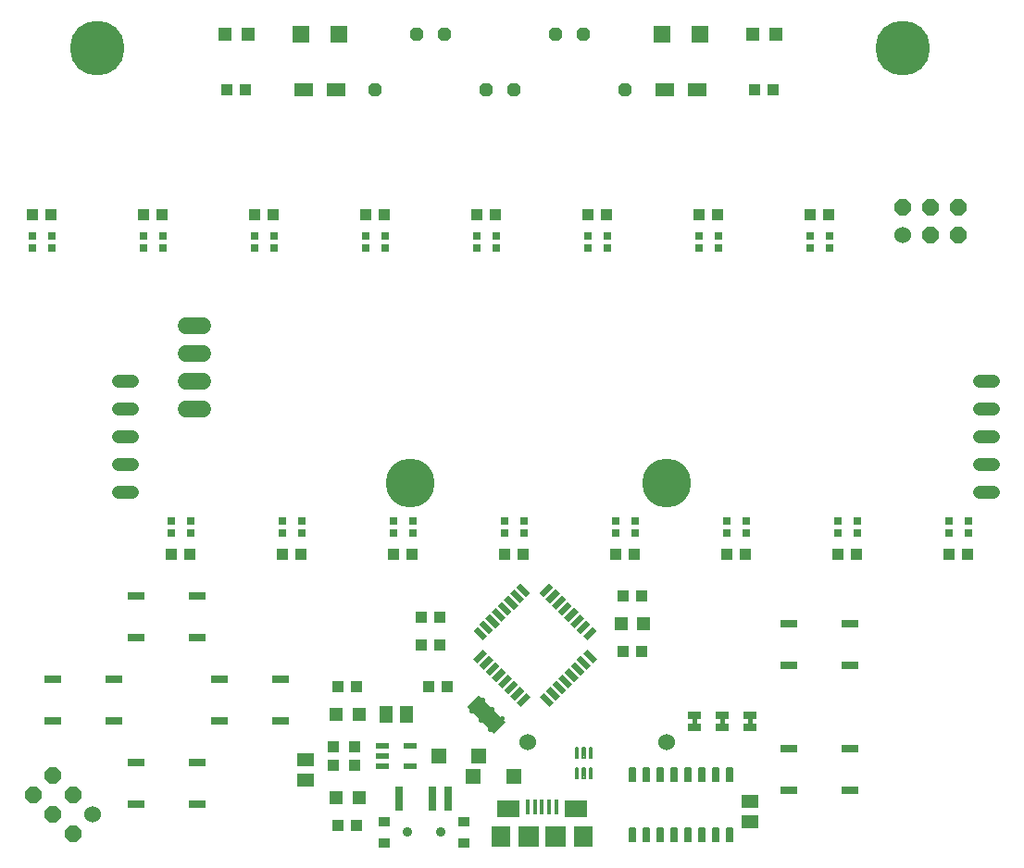
<source format=gbr>
G04 EAGLE Gerber RS-274X export*
G75*
%MOMM*%
%FSLAX34Y34*%
%LPD*%
%INSoldermask Top*%
%IPPOS*%
%AMOC8*
5,1,8,0,0,1.08239X$1,22.5*%
G01*
%ADD10C,5.000000*%
%ADD11C,3.200000*%
%ADD12R,1.100000X1.000000*%
%ADD13R,1.240000X1.500000*%
%ADD14R,1.075000X1.000000*%
%ADD15R,1.500000X1.240000*%
%ADD16R,1.200000X1.200000*%
%ADD17R,1.400000X1.400000*%
%ADD18R,0.400000X1.350000*%
%ADD19R,2.100000X1.600000*%
%ADD20R,1.900000X1.900000*%
%ADD21R,1.800000X1.900000*%
%ADD22C,0.450000*%
%ADD23R,3.495041X1.534159*%
%ADD24R,1.000000X1.075000*%
%ADD25R,1.524000X0.762000*%
%ADD26C,1.219200*%
%ADD27R,1.270000X0.558800*%
%ADD28R,0.558800X1.270000*%
%ADD29R,0.700000X0.700000*%
%ADD30R,1.200000X0.550000*%
%ADD31R,0.762000X2.209800*%
%ADD32R,0.990600X0.812800*%
%ADD33C,0.900000*%
%ADD34C,1.524000*%
%ADD35C,4.470400*%
%ADD36C,0.155000*%
%ADD37C,0.195000*%
%ADD38C,1.524000*%
%ADD39R,1.270000X0.660400*%
%ADD40P,1.319650X8X202.500000*%
%ADD41P,1.319650X8X22.500000*%
%ADD42R,1.500000X1.500000*%
%ADD43R,1.800000X1.200000*%
%ADD44P,1.649562X8X22.500000*%
%ADD45P,1.649562X8X157.500000*%

G36*
X674435Y118122D02*
X674435Y118122D01*
X674501Y118124D01*
X674544Y118142D01*
X674591Y118150D01*
X674648Y118184D01*
X674708Y118209D01*
X674743Y118240D01*
X674784Y118265D01*
X674826Y118316D01*
X674874Y118360D01*
X674896Y118402D01*
X674925Y118439D01*
X674946Y118501D01*
X674977Y118560D01*
X674985Y118614D01*
X674997Y118651D01*
X674996Y118691D01*
X675004Y118745D01*
X675004Y122555D01*
X674993Y122620D01*
X674991Y122686D01*
X674973Y122729D01*
X674965Y122776D01*
X674931Y122833D01*
X674906Y122893D01*
X674875Y122928D01*
X674850Y122969D01*
X674799Y123011D01*
X674755Y123059D01*
X674713Y123081D01*
X674676Y123110D01*
X674614Y123131D01*
X674555Y123162D01*
X674501Y123170D01*
X674464Y123182D01*
X674424Y123181D01*
X674370Y123189D01*
X671830Y123189D01*
X671765Y123178D01*
X671699Y123176D01*
X671656Y123158D01*
X671609Y123150D01*
X671552Y123116D01*
X671492Y123091D01*
X671457Y123060D01*
X671416Y123035D01*
X671375Y122984D01*
X671326Y122940D01*
X671304Y122898D01*
X671275Y122861D01*
X671254Y122799D01*
X671223Y122740D01*
X671215Y122686D01*
X671203Y122649D01*
X671203Y122645D01*
X671203Y122644D01*
X671204Y122609D01*
X671196Y122555D01*
X671196Y118745D01*
X671207Y118680D01*
X671209Y118614D01*
X671227Y118571D01*
X671235Y118524D01*
X671269Y118467D01*
X671294Y118407D01*
X671325Y118372D01*
X671350Y118331D01*
X671401Y118290D01*
X671445Y118241D01*
X671487Y118219D01*
X671524Y118190D01*
X671586Y118169D01*
X671645Y118138D01*
X671699Y118130D01*
X671736Y118118D01*
X671776Y118119D01*
X671830Y118111D01*
X674370Y118111D01*
X674435Y118122D01*
G37*
G36*
X649035Y118122D02*
X649035Y118122D01*
X649101Y118124D01*
X649144Y118142D01*
X649191Y118150D01*
X649248Y118184D01*
X649308Y118209D01*
X649343Y118240D01*
X649384Y118265D01*
X649426Y118316D01*
X649474Y118360D01*
X649496Y118402D01*
X649525Y118439D01*
X649546Y118501D01*
X649577Y118560D01*
X649585Y118614D01*
X649597Y118651D01*
X649596Y118691D01*
X649604Y118745D01*
X649604Y122555D01*
X649593Y122620D01*
X649591Y122686D01*
X649573Y122729D01*
X649565Y122776D01*
X649531Y122833D01*
X649506Y122893D01*
X649475Y122928D01*
X649450Y122969D01*
X649399Y123011D01*
X649355Y123059D01*
X649313Y123081D01*
X649276Y123110D01*
X649214Y123131D01*
X649155Y123162D01*
X649101Y123170D01*
X649064Y123182D01*
X649024Y123181D01*
X648970Y123189D01*
X646430Y123189D01*
X646365Y123178D01*
X646299Y123176D01*
X646256Y123158D01*
X646209Y123150D01*
X646152Y123116D01*
X646092Y123091D01*
X646057Y123060D01*
X646016Y123035D01*
X645975Y122984D01*
X645926Y122940D01*
X645904Y122898D01*
X645875Y122861D01*
X645854Y122799D01*
X645823Y122740D01*
X645815Y122686D01*
X645803Y122649D01*
X645803Y122645D01*
X645803Y122644D01*
X645804Y122609D01*
X645796Y122555D01*
X645796Y118745D01*
X645807Y118680D01*
X645809Y118614D01*
X645827Y118571D01*
X645835Y118524D01*
X645869Y118467D01*
X645894Y118407D01*
X645925Y118372D01*
X645950Y118331D01*
X646001Y118290D01*
X646045Y118241D01*
X646087Y118219D01*
X646124Y118190D01*
X646186Y118169D01*
X646245Y118138D01*
X646299Y118130D01*
X646336Y118118D01*
X646376Y118119D01*
X646430Y118111D01*
X648970Y118111D01*
X649035Y118122D01*
G37*
G36*
X623635Y118122D02*
X623635Y118122D01*
X623701Y118124D01*
X623744Y118142D01*
X623791Y118150D01*
X623848Y118184D01*
X623908Y118209D01*
X623943Y118240D01*
X623984Y118265D01*
X624026Y118316D01*
X624074Y118360D01*
X624096Y118402D01*
X624125Y118439D01*
X624146Y118501D01*
X624177Y118560D01*
X624185Y118614D01*
X624197Y118651D01*
X624196Y118691D01*
X624204Y118745D01*
X624204Y122555D01*
X624193Y122620D01*
X624191Y122686D01*
X624173Y122729D01*
X624165Y122776D01*
X624131Y122833D01*
X624106Y122893D01*
X624075Y122928D01*
X624050Y122969D01*
X623999Y123011D01*
X623955Y123059D01*
X623913Y123081D01*
X623876Y123110D01*
X623814Y123131D01*
X623755Y123162D01*
X623701Y123170D01*
X623664Y123182D01*
X623624Y123181D01*
X623570Y123189D01*
X621030Y123189D01*
X620965Y123178D01*
X620899Y123176D01*
X620856Y123158D01*
X620809Y123150D01*
X620752Y123116D01*
X620692Y123091D01*
X620657Y123060D01*
X620616Y123035D01*
X620575Y122984D01*
X620526Y122940D01*
X620504Y122898D01*
X620475Y122861D01*
X620454Y122799D01*
X620423Y122740D01*
X620415Y122686D01*
X620403Y122649D01*
X620403Y122645D01*
X620403Y122644D01*
X620404Y122609D01*
X620396Y122555D01*
X620396Y118745D01*
X620407Y118680D01*
X620409Y118614D01*
X620427Y118571D01*
X620435Y118524D01*
X620469Y118467D01*
X620494Y118407D01*
X620525Y118372D01*
X620550Y118331D01*
X620601Y118290D01*
X620645Y118241D01*
X620687Y118219D01*
X620724Y118190D01*
X620786Y118169D01*
X620845Y118138D01*
X620899Y118130D01*
X620936Y118118D01*
X620976Y118119D01*
X621030Y118111D01*
X623570Y118111D01*
X623635Y118122D01*
G37*
D10*
X76200Y736600D03*
X812800Y736600D03*
D11*
X361950Y339090D03*
X596900Y339090D03*
D12*
X573650Y234950D03*
X556650Y234950D03*
X389500Y215900D03*
X372500Y215900D03*
D13*
X339750Y127000D03*
X358750Y127000D03*
D14*
X296300Y152400D03*
X313300Y152400D03*
D15*
X266700Y66700D03*
X266700Y85700D03*
X673100Y28600D03*
X673100Y47600D03*
D12*
X395850Y152400D03*
X378850Y152400D03*
D16*
X294300Y127000D03*
X315300Y127000D03*
D17*
X387900Y88900D03*
X424900Y88900D03*
D16*
X294300Y50800D03*
X315300Y50800D03*
D18*
X482600Y41910D03*
X476100Y41910D03*
X489100Y41910D03*
X469600Y41910D03*
X495600Y41910D03*
D19*
X451600Y40660D03*
X513600Y40660D03*
D20*
X470600Y15160D03*
X494600Y15160D03*
D21*
X444600Y15160D03*
X520600Y15160D03*
D22*
X418171Y130341D02*
X428459Y140629D01*
X436944Y132144D02*
X426656Y121856D01*
X435141Y113371D02*
X445429Y123659D01*
D23*
G36*
X438696Y109220D02*
X413984Y133932D01*
X424832Y144780D01*
X449544Y120068D01*
X438696Y109220D01*
G37*
D14*
X296300Y25400D03*
X313300Y25400D03*
D24*
X292100Y97400D03*
X292100Y80400D03*
D12*
X389500Y190500D03*
X372500Y190500D03*
X556650Y184150D03*
X573650Y184150D03*
D24*
X311150Y80400D03*
X311150Y97400D03*
D25*
X764540Y171450D03*
X708660Y171450D03*
X764540Y209550D03*
X708660Y209550D03*
X764540Y57150D03*
X708660Y57150D03*
X764540Y95250D03*
X708660Y95250D03*
X111760Y234950D03*
X167640Y234950D03*
X111760Y196850D03*
X167640Y196850D03*
X111760Y82550D03*
X167640Y82550D03*
X111760Y44450D03*
X167640Y44450D03*
X35560Y158750D03*
X91440Y158750D03*
X35560Y120650D03*
X91440Y120650D03*
X187960Y158750D03*
X243840Y158750D03*
X187960Y120650D03*
X243840Y120650D03*
D26*
X882904Y431800D02*
X895096Y431800D01*
X895096Y406400D02*
X882904Y406400D01*
X882904Y381000D02*
X895096Y381000D01*
X895096Y355600D02*
X882904Y355600D01*
X882904Y330200D02*
X895096Y330200D01*
X107696Y330200D02*
X95504Y330200D01*
X95504Y355600D02*
X107696Y355600D01*
X107696Y381000D02*
X95504Y381000D01*
X95504Y406400D02*
X107696Y406400D01*
X107696Y431800D02*
X95504Y431800D01*
D27*
G36*
X432563Y182460D02*
X423584Y173481D01*
X419633Y177432D01*
X428612Y186411D01*
X432563Y182460D01*
G37*
G36*
X438220Y176803D02*
X429241Y167824D01*
X425290Y171775D01*
X434269Y180754D01*
X438220Y176803D01*
G37*
G36*
X443876Y171146D02*
X434897Y162167D01*
X430946Y166118D01*
X439925Y175097D01*
X443876Y171146D01*
G37*
G36*
X449533Y165489D02*
X440554Y156510D01*
X436603Y160461D01*
X445582Y169440D01*
X449533Y165489D01*
G37*
G36*
X455190Y159832D02*
X446211Y150853D01*
X442260Y154804D01*
X451239Y163783D01*
X455190Y159832D01*
G37*
G36*
X460847Y154175D02*
X451868Y145196D01*
X447917Y149147D01*
X456896Y158126D01*
X460847Y154175D01*
G37*
G36*
X466504Y148519D02*
X457525Y139540D01*
X453574Y143491D01*
X462553Y152470D01*
X466504Y148519D01*
G37*
G36*
X472161Y142862D02*
X463182Y133883D01*
X459231Y137834D01*
X468210Y146813D01*
X472161Y142862D01*
G37*
D28*
G36*
X493269Y137834D02*
X489318Y133883D01*
X480339Y142862D01*
X484290Y146813D01*
X493269Y137834D01*
G37*
G36*
X498926Y143491D02*
X494975Y139540D01*
X485996Y148519D01*
X489947Y152470D01*
X498926Y143491D01*
G37*
G36*
X504583Y149147D02*
X500632Y145196D01*
X491653Y154175D01*
X495604Y158126D01*
X504583Y149147D01*
G37*
G36*
X510240Y154804D02*
X506289Y150853D01*
X497310Y159832D01*
X501261Y163783D01*
X510240Y154804D01*
G37*
G36*
X515897Y160461D02*
X511946Y156510D01*
X502967Y165489D01*
X506918Y169440D01*
X515897Y160461D01*
G37*
G36*
X521554Y166118D02*
X517603Y162167D01*
X508624Y171146D01*
X512575Y175097D01*
X521554Y166118D01*
G37*
G36*
X527210Y171775D02*
X523259Y167824D01*
X514280Y176803D01*
X518231Y180754D01*
X527210Y171775D01*
G37*
G36*
X532867Y177432D02*
X528916Y173481D01*
X519937Y182460D01*
X523888Y186411D01*
X532867Y177432D01*
G37*
D27*
G36*
X532867Y203568D02*
X523888Y194589D01*
X519937Y198540D01*
X528916Y207519D01*
X532867Y203568D01*
G37*
G36*
X527210Y209225D02*
X518231Y200246D01*
X514280Y204197D01*
X523259Y213176D01*
X527210Y209225D01*
G37*
G36*
X521554Y214882D02*
X512575Y205903D01*
X508624Y209854D01*
X517603Y218833D01*
X521554Y214882D01*
G37*
G36*
X515897Y220539D02*
X506918Y211560D01*
X502967Y215511D01*
X511946Y224490D01*
X515897Y220539D01*
G37*
G36*
X510240Y226196D02*
X501261Y217217D01*
X497310Y221168D01*
X506289Y230147D01*
X510240Y226196D01*
G37*
G36*
X504583Y231853D02*
X495604Y222874D01*
X491653Y226825D01*
X500632Y235804D01*
X504583Y231853D01*
G37*
G36*
X498926Y237509D02*
X489947Y228530D01*
X485996Y232481D01*
X494975Y241460D01*
X498926Y237509D01*
G37*
G36*
X493269Y243166D02*
X484290Y234187D01*
X480339Y238138D01*
X489318Y247117D01*
X493269Y243166D01*
G37*
D28*
G36*
X472161Y238138D02*
X468210Y234187D01*
X459231Y243166D01*
X463182Y247117D01*
X472161Y238138D01*
G37*
G36*
X466504Y232481D02*
X462553Y228530D01*
X453574Y237509D01*
X457525Y241460D01*
X466504Y232481D01*
G37*
G36*
X460847Y226825D02*
X456896Y222874D01*
X447917Y231853D01*
X451868Y235804D01*
X460847Y226825D01*
G37*
G36*
X455190Y221168D02*
X451239Y217217D01*
X442260Y226196D01*
X446211Y230147D01*
X455190Y221168D01*
G37*
G36*
X449533Y215511D02*
X445582Y211560D01*
X436603Y220539D01*
X440554Y224490D01*
X449533Y215511D01*
G37*
G36*
X443876Y209854D02*
X439925Y205903D01*
X430946Y214882D01*
X434897Y218833D01*
X443876Y209854D01*
G37*
G36*
X438220Y204197D02*
X434269Y200246D01*
X425290Y209225D01*
X429241Y213176D01*
X438220Y204197D01*
G37*
G36*
X432563Y198540D02*
X428612Y194589D01*
X419633Y203568D01*
X423584Y207519D01*
X432563Y198540D01*
G37*
D29*
X321050Y564300D03*
X321050Y553300D03*
X339350Y553300D03*
X339350Y564300D03*
X422650Y564300D03*
X422650Y553300D03*
X440950Y553300D03*
X440950Y564300D03*
X524250Y564300D03*
X524250Y553300D03*
X542550Y553300D03*
X542550Y564300D03*
X625850Y564300D03*
X625850Y553300D03*
X644150Y553300D03*
X644150Y564300D03*
X727450Y564300D03*
X727450Y553300D03*
X745750Y553300D03*
X745750Y564300D03*
X872750Y292950D03*
X872750Y303950D03*
X854450Y303950D03*
X854450Y292950D03*
X771150Y292950D03*
X771150Y303950D03*
X752850Y303950D03*
X752850Y292950D03*
X669550Y292950D03*
X669550Y303950D03*
X651250Y303950D03*
X651250Y292950D03*
X567950Y292950D03*
X567950Y303950D03*
X549650Y303950D03*
X549650Y292950D03*
X466350Y292950D03*
X466350Y303950D03*
X448050Y303950D03*
X448050Y292950D03*
D30*
X336249Y98400D03*
X336249Y88900D03*
X336249Y79400D03*
X362251Y79400D03*
X362251Y98400D03*
D29*
X364750Y292950D03*
X364750Y303950D03*
X346450Y303950D03*
X346450Y292950D03*
X16250Y564300D03*
X16250Y553300D03*
X34550Y553300D03*
X34550Y564300D03*
X117850Y564300D03*
X117850Y553300D03*
X136150Y553300D03*
X136150Y564300D03*
D31*
X397150Y50057D03*
X382150Y50057D03*
X352150Y50057D03*
D32*
X338150Y9400D03*
X338150Y28700D03*
X411150Y9400D03*
X411150Y28700D03*
D33*
X359664Y19050D03*
X389636Y19050D03*
D34*
X596900Y101600D03*
X469900Y101600D03*
D35*
X596900Y338836D03*
X361950Y338836D03*
D36*
X651725Y77725D02*
X651725Y66175D01*
X651725Y77725D02*
X656375Y77725D01*
X656375Y66175D01*
X651725Y66175D01*
X651725Y67647D02*
X656375Y67647D01*
X656375Y69119D02*
X651725Y69119D01*
X651725Y70591D02*
X656375Y70591D01*
X656375Y72063D02*
X651725Y72063D01*
X651725Y73535D02*
X656375Y73535D01*
X656375Y75007D02*
X651725Y75007D01*
X651725Y76479D02*
X656375Y76479D01*
X639025Y77725D02*
X639025Y66175D01*
X639025Y77725D02*
X643675Y77725D01*
X643675Y66175D01*
X639025Y66175D01*
X639025Y67647D02*
X643675Y67647D01*
X643675Y69119D02*
X639025Y69119D01*
X639025Y70591D02*
X643675Y70591D01*
X643675Y72063D02*
X639025Y72063D01*
X639025Y73535D02*
X643675Y73535D01*
X643675Y75007D02*
X639025Y75007D01*
X639025Y76479D02*
X643675Y76479D01*
X626325Y77725D02*
X626325Y66175D01*
X626325Y77725D02*
X630975Y77725D01*
X630975Y66175D01*
X626325Y66175D01*
X626325Y67647D02*
X630975Y67647D01*
X630975Y69119D02*
X626325Y69119D01*
X626325Y70591D02*
X630975Y70591D01*
X630975Y72063D02*
X626325Y72063D01*
X626325Y73535D02*
X630975Y73535D01*
X630975Y75007D02*
X626325Y75007D01*
X626325Y76479D02*
X630975Y76479D01*
X613625Y77725D02*
X613625Y66175D01*
X613625Y77725D02*
X618275Y77725D01*
X618275Y66175D01*
X613625Y66175D01*
X613625Y67647D02*
X618275Y67647D01*
X618275Y69119D02*
X613625Y69119D01*
X613625Y70591D02*
X618275Y70591D01*
X618275Y72063D02*
X613625Y72063D01*
X613625Y73535D02*
X618275Y73535D01*
X618275Y75007D02*
X613625Y75007D01*
X613625Y76479D02*
X618275Y76479D01*
X600925Y77725D02*
X600925Y66175D01*
X600925Y77725D02*
X605575Y77725D01*
X605575Y66175D01*
X600925Y66175D01*
X600925Y67647D02*
X605575Y67647D01*
X605575Y69119D02*
X600925Y69119D01*
X600925Y70591D02*
X605575Y70591D01*
X605575Y72063D02*
X600925Y72063D01*
X600925Y73535D02*
X605575Y73535D01*
X605575Y75007D02*
X600925Y75007D01*
X600925Y76479D02*
X605575Y76479D01*
X588225Y77725D02*
X588225Y66175D01*
X588225Y77725D02*
X592875Y77725D01*
X592875Y66175D01*
X588225Y66175D01*
X588225Y67647D02*
X592875Y67647D01*
X592875Y69119D02*
X588225Y69119D01*
X588225Y70591D02*
X592875Y70591D01*
X592875Y72063D02*
X588225Y72063D01*
X588225Y73535D02*
X592875Y73535D01*
X592875Y75007D02*
X588225Y75007D01*
X588225Y76479D02*
X592875Y76479D01*
X575525Y77725D02*
X575525Y66175D01*
X575525Y77725D02*
X580175Y77725D01*
X580175Y66175D01*
X575525Y66175D01*
X575525Y67647D02*
X580175Y67647D01*
X580175Y69119D02*
X575525Y69119D01*
X575525Y70591D02*
X580175Y70591D01*
X580175Y72063D02*
X575525Y72063D01*
X575525Y73535D02*
X580175Y73535D01*
X580175Y75007D02*
X575525Y75007D01*
X575525Y76479D02*
X580175Y76479D01*
X562825Y77725D02*
X562825Y66175D01*
X562825Y77725D02*
X567475Y77725D01*
X567475Y66175D01*
X562825Y66175D01*
X562825Y67647D02*
X567475Y67647D01*
X567475Y69119D02*
X562825Y69119D01*
X562825Y70591D02*
X567475Y70591D01*
X567475Y72063D02*
X562825Y72063D01*
X562825Y73535D02*
X567475Y73535D01*
X567475Y75007D02*
X562825Y75007D01*
X562825Y76479D02*
X567475Y76479D01*
X562825Y22725D02*
X562825Y11175D01*
X562825Y22725D02*
X567475Y22725D01*
X567475Y11175D01*
X562825Y11175D01*
X562825Y12647D02*
X567475Y12647D01*
X567475Y14119D02*
X562825Y14119D01*
X562825Y15591D02*
X567475Y15591D01*
X567475Y17063D02*
X562825Y17063D01*
X562825Y18535D02*
X567475Y18535D01*
X567475Y20007D02*
X562825Y20007D01*
X562825Y21479D02*
X567475Y21479D01*
X575525Y22725D02*
X575525Y11175D01*
X575525Y22725D02*
X580175Y22725D01*
X580175Y11175D01*
X575525Y11175D01*
X575525Y12647D02*
X580175Y12647D01*
X580175Y14119D02*
X575525Y14119D01*
X575525Y15591D02*
X580175Y15591D01*
X580175Y17063D02*
X575525Y17063D01*
X575525Y18535D02*
X580175Y18535D01*
X580175Y20007D02*
X575525Y20007D01*
X575525Y21479D02*
X580175Y21479D01*
X588225Y22725D02*
X588225Y11175D01*
X588225Y22725D02*
X592875Y22725D01*
X592875Y11175D01*
X588225Y11175D01*
X588225Y12647D02*
X592875Y12647D01*
X592875Y14119D02*
X588225Y14119D01*
X588225Y15591D02*
X592875Y15591D01*
X592875Y17063D02*
X588225Y17063D01*
X588225Y18535D02*
X592875Y18535D01*
X592875Y20007D02*
X588225Y20007D01*
X588225Y21479D02*
X592875Y21479D01*
X600925Y22725D02*
X600925Y11175D01*
X600925Y22725D02*
X605575Y22725D01*
X605575Y11175D01*
X600925Y11175D01*
X600925Y12647D02*
X605575Y12647D01*
X605575Y14119D02*
X600925Y14119D01*
X600925Y15591D02*
X605575Y15591D01*
X605575Y17063D02*
X600925Y17063D01*
X600925Y18535D02*
X605575Y18535D01*
X605575Y20007D02*
X600925Y20007D01*
X600925Y21479D02*
X605575Y21479D01*
X613625Y22725D02*
X613625Y11175D01*
X613625Y22725D02*
X618275Y22725D01*
X618275Y11175D01*
X613625Y11175D01*
X613625Y12647D02*
X618275Y12647D01*
X618275Y14119D02*
X613625Y14119D01*
X613625Y15591D02*
X618275Y15591D01*
X618275Y17063D02*
X613625Y17063D01*
X613625Y18535D02*
X618275Y18535D01*
X618275Y20007D02*
X613625Y20007D01*
X613625Y21479D02*
X618275Y21479D01*
X626325Y22725D02*
X626325Y11175D01*
X626325Y22725D02*
X630975Y22725D01*
X630975Y11175D01*
X626325Y11175D01*
X626325Y12647D02*
X630975Y12647D01*
X630975Y14119D02*
X626325Y14119D01*
X626325Y15591D02*
X630975Y15591D01*
X630975Y17063D02*
X626325Y17063D01*
X626325Y18535D02*
X630975Y18535D01*
X630975Y20007D02*
X626325Y20007D01*
X626325Y21479D02*
X630975Y21479D01*
X639025Y22725D02*
X639025Y11175D01*
X639025Y22725D02*
X643675Y22725D01*
X643675Y11175D01*
X639025Y11175D01*
X639025Y12647D02*
X643675Y12647D01*
X643675Y14119D02*
X639025Y14119D01*
X639025Y15591D02*
X643675Y15591D01*
X643675Y17063D02*
X639025Y17063D01*
X639025Y18535D02*
X643675Y18535D01*
X643675Y20007D02*
X639025Y20007D01*
X639025Y21479D02*
X643675Y21479D01*
X651725Y22725D02*
X651725Y11175D01*
X651725Y22725D02*
X656375Y22725D01*
X656375Y11175D01*
X651725Y11175D01*
X651725Y12647D02*
X656375Y12647D01*
X656375Y14119D02*
X651725Y14119D01*
X651725Y15591D02*
X656375Y15591D01*
X656375Y17063D02*
X651725Y17063D01*
X651725Y18535D02*
X656375Y18535D01*
X656375Y20007D02*
X651725Y20007D01*
X651725Y21479D02*
X656375Y21479D01*
D37*
X526225Y87575D02*
X526225Y96225D01*
X528175Y96225D01*
X528175Y87575D01*
X526225Y87575D01*
X526225Y89427D02*
X528175Y89427D01*
X528175Y91279D02*
X526225Y91279D01*
X526225Y93131D02*
X528175Y93131D01*
X528175Y94983D02*
X526225Y94983D01*
X519725Y96225D02*
X519725Y87575D01*
X519725Y96225D02*
X521675Y96225D01*
X521675Y87575D01*
X519725Y87575D01*
X519725Y89427D02*
X521675Y89427D01*
X521675Y91279D02*
X519725Y91279D01*
X519725Y93131D02*
X521675Y93131D01*
X521675Y94983D02*
X519725Y94983D01*
X513225Y96225D02*
X513225Y87575D01*
X513225Y96225D02*
X515175Y96225D01*
X515175Y87575D01*
X513225Y87575D01*
X513225Y89427D02*
X515175Y89427D01*
X515175Y91279D02*
X513225Y91279D01*
X513225Y93131D02*
X515175Y93131D01*
X515175Y94983D02*
X513225Y94983D01*
X513225Y77525D02*
X513225Y68875D01*
X513225Y77525D02*
X515175Y77525D01*
X515175Y68875D01*
X513225Y68875D01*
X513225Y70727D02*
X515175Y70727D01*
X515175Y72579D02*
X513225Y72579D01*
X513225Y74431D02*
X515175Y74431D01*
X515175Y76283D02*
X513225Y76283D01*
X519725Y77525D02*
X519725Y68875D01*
X519725Y77525D02*
X521675Y77525D01*
X521675Y68875D01*
X519725Y68875D01*
X519725Y70727D02*
X521675Y70727D01*
X521675Y72579D02*
X519725Y72579D01*
X519725Y74431D02*
X521675Y74431D01*
X521675Y76283D02*
X519725Y76283D01*
X526225Y77525D02*
X526225Y68875D01*
X526225Y77525D02*
X528175Y77525D01*
X528175Y68875D01*
X526225Y68875D01*
X526225Y70727D02*
X528175Y70727D01*
X528175Y72579D02*
X526225Y72579D01*
X526225Y74431D02*
X528175Y74431D01*
X528175Y76283D02*
X526225Y76283D01*
D29*
X219450Y564300D03*
X219450Y553300D03*
X237750Y553300D03*
X237750Y564300D03*
D38*
X172720Y482600D02*
X157480Y482600D01*
X157480Y457200D02*
X172720Y457200D01*
X172720Y431800D02*
X157480Y431800D01*
X157480Y406400D02*
X172720Y406400D01*
D29*
X263150Y292950D03*
X263150Y303950D03*
X244850Y303950D03*
X244850Y292950D03*
X161550Y292950D03*
X161550Y303950D03*
X143250Y303950D03*
X143250Y292950D03*
D16*
X575650Y209550D03*
X554650Y209550D03*
D12*
X33900Y584200D03*
X16900Y584200D03*
X135500Y584200D03*
X118500Y584200D03*
X237100Y584200D03*
X220100Y584200D03*
X338700Y584200D03*
X321700Y584200D03*
X440300Y584200D03*
X423300Y584200D03*
X541900Y584200D03*
X524900Y584200D03*
X643500Y584200D03*
X626500Y584200D03*
X745100Y584200D03*
X728100Y584200D03*
X855100Y273050D03*
X872100Y273050D03*
X753500Y273050D03*
X770500Y273050D03*
X651900Y273050D03*
X668900Y273050D03*
X550300Y273050D03*
X567300Y273050D03*
X448700Y273050D03*
X465700Y273050D03*
X347100Y273050D03*
X364100Y273050D03*
X245500Y273050D03*
X262500Y273050D03*
X143900Y273050D03*
X160900Y273050D03*
D17*
X419650Y69850D03*
X456650Y69850D03*
D39*
X622300Y125857D03*
X622300Y115443D03*
X647700Y125857D03*
X647700Y115443D03*
X673100Y125857D03*
X673100Y115443D03*
D40*
X431800Y698500D03*
X330200Y698500D03*
X558800Y698500D03*
X457200Y698500D03*
D41*
X368300Y749300D03*
X393700Y749300D03*
X495300Y749300D03*
X520700Y749300D03*
D42*
X627100Y749300D03*
X592100Y749300D03*
X296900Y749300D03*
X261900Y749300D03*
D43*
X264410Y698500D03*
X294390Y698500D03*
X594610Y698500D03*
X624590Y698500D03*
D16*
X213700Y749300D03*
X192700Y749300D03*
D14*
X211700Y698500D03*
X194700Y698500D03*
D16*
X696300Y749300D03*
X675300Y749300D03*
D14*
X694300Y698500D03*
X677300Y698500D03*
D34*
X812800Y565150D03*
D44*
X838200Y565150D03*
X863600Y565150D03*
X812800Y590550D03*
X838200Y590550D03*
X863600Y590550D03*
D34*
X71391Y35470D03*
D45*
X53430Y53430D03*
X35470Y71391D03*
X53430Y17509D03*
X35470Y35470D03*
X17509Y53430D03*
M02*

</source>
